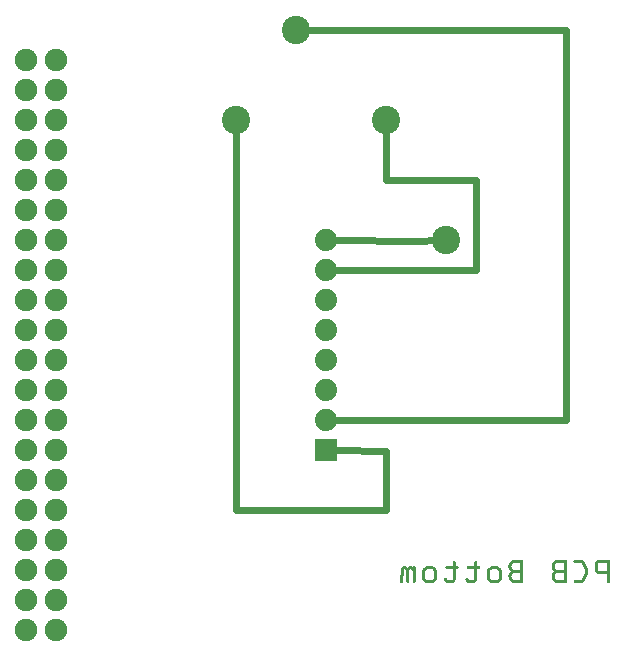
<source format=gbl>
G04 MADE WITH FRITZING*
G04 WWW.FRITZING.ORG*
G04 DOUBLE SIDED*
G04 HOLES PLATED*
G04 CONTOUR ON CENTER OF CONTOUR VECTOR*
%ASAXBY*%
%FSLAX23Y23*%
%MOIN*%
%OFA0B0*%
%SFA1.0B1.0*%
%ADD10C,0.075361*%
%ADD11C,0.074000*%
%ADD12C,0.094488*%
%ADD13R,0.074000X0.074000*%
%ADD14C,0.024000*%
%ADD15R,0.001000X0.001000*%
%LNCOPPER0*%
G90*
G70*
G54D10*
X346Y1998D03*
X346Y1898D03*
X346Y1798D03*
X346Y1698D03*
X346Y1598D03*
X346Y1498D03*
X346Y1398D03*
X346Y1298D03*
X346Y1198D03*
X346Y1098D03*
X346Y998D03*
X346Y898D03*
X346Y798D03*
X346Y698D03*
X346Y598D03*
X346Y498D03*
X346Y398D03*
X346Y298D03*
X346Y198D03*
X346Y98D03*
X446Y98D03*
X446Y198D03*
X446Y298D03*
X446Y398D03*
X446Y498D03*
X446Y598D03*
X446Y698D03*
X446Y798D03*
X446Y898D03*
X446Y998D03*
X446Y1098D03*
X446Y1198D03*
X446Y1298D03*
X446Y1398D03*
X446Y1498D03*
X446Y1598D03*
X446Y1698D03*
X446Y1798D03*
X446Y1898D03*
X446Y1998D03*
G54D11*
X1346Y698D03*
X1346Y798D03*
X1346Y898D03*
X1346Y998D03*
X1346Y1098D03*
X1346Y1198D03*
X1346Y1298D03*
X1346Y1398D03*
G54D12*
X1546Y1798D03*
X1746Y1398D03*
X1246Y2098D03*
X1046Y1798D03*
G54D13*
X1346Y698D03*
G54D14*
X1547Y1597D02*
X1546Y1771D01*
D02*
X1377Y1298D02*
X1846Y1298D01*
D02*
X1846Y1597D02*
X1547Y1597D01*
D02*
X1846Y1298D02*
X1846Y1597D01*
D02*
X1645Y1396D02*
X1719Y1397D01*
D02*
X1377Y1397D02*
X1645Y1396D01*
D02*
X2146Y798D02*
X2146Y2098D01*
D02*
X2146Y2098D02*
X1273Y2098D01*
D02*
X1377Y798D02*
X2146Y798D01*
D02*
X1546Y498D02*
X1546Y695D01*
D02*
X1047Y498D02*
X1546Y498D01*
D02*
X1046Y1771D02*
X1047Y498D01*
D02*
X1546Y695D02*
X1377Y697D01*
G54D15*
X1971Y332D02*
X2003Y332D01*
X2115Y332D02*
X2147Y332D01*
X2174Y332D02*
X2196Y332D01*
X2254Y332D02*
X2291Y332D01*
X1967Y331D02*
X2003Y331D01*
X2111Y331D02*
X2147Y331D01*
X2172Y331D02*
X2199Y331D01*
X2251Y331D02*
X2291Y331D01*
X1965Y330D02*
X2003Y330D01*
X2109Y330D02*
X2147Y330D01*
X2171Y330D02*
X2201Y330D01*
X2250Y330D02*
X2291Y330D01*
X1964Y329D02*
X2003Y329D01*
X2108Y329D02*
X2147Y329D01*
X2171Y329D02*
X2203Y329D01*
X2248Y329D02*
X2291Y329D01*
X1773Y328D02*
X1773Y328D01*
X1845Y328D02*
X1845Y328D01*
X1962Y328D02*
X2003Y328D01*
X2106Y328D02*
X2147Y328D01*
X2171Y328D02*
X2204Y328D01*
X2247Y328D02*
X2291Y328D01*
X1770Y327D02*
X1775Y327D01*
X1842Y327D02*
X1847Y327D01*
X1961Y327D02*
X2003Y327D01*
X2105Y327D02*
X2147Y327D01*
X2170Y327D02*
X2205Y327D01*
X2246Y327D02*
X2291Y327D01*
X1769Y326D02*
X1776Y326D01*
X1841Y326D02*
X1848Y326D01*
X1960Y326D02*
X2003Y326D01*
X2104Y326D02*
X2147Y326D01*
X2171Y326D02*
X2206Y326D01*
X2245Y326D02*
X2291Y326D01*
X1769Y325D02*
X1777Y325D01*
X1841Y325D02*
X1849Y325D01*
X1959Y325D02*
X2003Y325D01*
X2103Y325D02*
X2147Y325D01*
X2171Y325D02*
X2206Y325D01*
X2245Y325D02*
X2291Y325D01*
X1768Y324D02*
X1777Y324D01*
X1840Y324D02*
X1849Y324D01*
X1958Y324D02*
X2003Y324D01*
X2102Y324D02*
X2147Y324D01*
X2172Y324D02*
X2207Y324D01*
X2244Y324D02*
X2291Y324D01*
X1768Y323D02*
X1777Y323D01*
X1840Y323D02*
X1849Y323D01*
X1958Y323D02*
X2003Y323D01*
X2102Y323D02*
X2147Y323D01*
X2173Y323D02*
X2207Y323D01*
X2244Y323D02*
X2291Y323D01*
X1768Y322D02*
X1777Y322D01*
X1840Y322D02*
X1849Y322D01*
X1957Y322D02*
X1972Y322D01*
X1994Y322D02*
X2003Y322D01*
X2101Y322D02*
X2116Y322D01*
X2138Y322D02*
X2147Y322D01*
X2196Y322D02*
X2208Y322D01*
X2243Y322D02*
X2255Y322D01*
X2282Y322D02*
X2291Y322D01*
X1768Y321D02*
X1777Y321D01*
X1840Y321D02*
X1849Y321D01*
X1957Y321D02*
X1969Y321D01*
X1994Y321D02*
X2003Y321D01*
X2101Y321D02*
X2113Y321D01*
X2138Y321D02*
X2147Y321D01*
X2197Y321D02*
X2208Y321D01*
X2243Y321D02*
X2253Y321D01*
X2282Y321D02*
X2291Y321D01*
X1768Y320D02*
X1777Y320D01*
X1840Y320D02*
X1849Y320D01*
X1956Y320D02*
X1967Y320D01*
X1994Y320D02*
X2003Y320D01*
X2100Y320D02*
X2111Y320D01*
X2138Y320D02*
X2147Y320D01*
X2198Y320D02*
X2209Y320D01*
X2243Y320D02*
X2253Y320D01*
X2282Y320D02*
X2291Y320D01*
X1768Y319D02*
X1777Y319D01*
X1840Y319D02*
X1849Y319D01*
X1956Y319D02*
X1966Y319D01*
X1994Y319D02*
X2003Y319D01*
X2100Y319D02*
X2110Y319D01*
X2138Y319D02*
X2147Y319D01*
X2199Y319D02*
X2209Y319D01*
X2243Y319D02*
X2252Y319D01*
X2282Y319D02*
X2291Y319D01*
X1768Y318D02*
X1777Y318D01*
X1840Y318D02*
X1849Y318D01*
X1955Y318D02*
X1966Y318D01*
X1994Y318D02*
X2003Y318D01*
X2099Y318D02*
X2110Y318D01*
X2138Y318D02*
X2147Y318D01*
X2199Y318D02*
X2210Y318D01*
X2242Y318D02*
X2252Y318D01*
X2282Y318D02*
X2291Y318D01*
X1768Y317D02*
X1777Y317D01*
X1840Y317D02*
X1849Y317D01*
X1955Y317D02*
X1965Y317D01*
X1994Y317D02*
X2003Y317D01*
X2099Y317D02*
X2109Y317D01*
X2138Y317D02*
X2147Y317D01*
X2200Y317D02*
X2210Y317D01*
X2242Y317D02*
X2251Y317D01*
X2282Y317D02*
X2291Y317D01*
X1768Y316D02*
X1777Y316D01*
X1840Y316D02*
X1849Y316D01*
X1955Y316D02*
X1964Y316D01*
X1994Y316D02*
X2003Y316D01*
X2099Y316D02*
X2108Y316D01*
X2138Y316D02*
X2147Y316D01*
X2200Y316D02*
X2211Y316D01*
X2242Y316D02*
X2251Y316D01*
X2282Y316D02*
X2291Y316D01*
X1768Y315D02*
X1777Y315D01*
X1840Y315D02*
X1849Y315D01*
X1955Y315D02*
X1964Y315D01*
X1994Y315D02*
X2003Y315D01*
X2099Y315D02*
X2108Y315D01*
X2138Y315D02*
X2147Y315D01*
X2201Y315D02*
X2211Y315D01*
X2242Y315D02*
X2251Y315D01*
X2282Y315D02*
X2291Y315D01*
X1768Y314D02*
X1777Y314D01*
X1840Y314D02*
X1849Y314D01*
X1955Y314D02*
X1964Y314D01*
X1994Y314D02*
X2003Y314D01*
X2099Y314D02*
X2108Y314D01*
X2138Y314D02*
X2147Y314D01*
X2201Y314D02*
X2212Y314D01*
X2242Y314D02*
X2251Y314D01*
X2282Y314D02*
X2291Y314D01*
X1768Y313D02*
X1777Y313D01*
X1840Y313D02*
X1849Y313D01*
X1954Y313D02*
X1964Y313D01*
X1994Y313D02*
X2003Y313D01*
X2098Y313D02*
X2108Y313D01*
X2138Y313D02*
X2147Y313D01*
X2202Y313D02*
X2212Y313D01*
X2242Y313D02*
X2251Y313D01*
X2282Y313D02*
X2291Y313D01*
X1768Y312D02*
X1777Y312D01*
X1840Y312D02*
X1849Y312D01*
X1954Y312D02*
X1963Y312D01*
X1994Y312D02*
X2003Y312D01*
X2098Y312D02*
X2107Y312D01*
X2138Y312D02*
X2147Y312D01*
X2202Y312D02*
X2213Y312D01*
X2242Y312D02*
X2251Y312D01*
X2282Y312D02*
X2291Y312D01*
X1625Y311D02*
X1627Y311D01*
X1639Y311D02*
X1640Y311D01*
X1683Y311D02*
X1698Y311D01*
X1748Y311D02*
X1783Y311D01*
X1820Y311D02*
X1855Y311D01*
X1899Y311D02*
X1914Y311D01*
X1954Y311D02*
X1963Y311D01*
X1994Y311D02*
X2003Y311D01*
X2098Y311D02*
X2107Y311D01*
X2138Y311D02*
X2147Y311D01*
X2203Y311D02*
X2213Y311D01*
X2242Y311D02*
X2251Y311D01*
X2282Y311D02*
X2291Y311D01*
X1603Y310D02*
X1611Y310D01*
X1621Y310D02*
X1630Y310D01*
X1637Y310D02*
X1642Y310D01*
X1680Y310D02*
X1702Y310D01*
X1745Y310D02*
X1785Y310D01*
X1817Y310D02*
X1857Y310D01*
X1896Y310D02*
X1918Y310D01*
X1954Y310D02*
X1963Y310D01*
X1994Y310D02*
X2003Y310D01*
X2098Y310D02*
X2107Y310D01*
X2138Y310D02*
X2147Y310D01*
X2203Y310D02*
X2214Y310D01*
X2242Y310D02*
X2251Y310D01*
X2282Y310D02*
X2291Y310D01*
X1601Y309D02*
X1612Y309D01*
X1620Y309D02*
X1632Y309D01*
X1636Y309D02*
X1643Y309D01*
X1678Y309D02*
X1704Y309D01*
X1745Y309D02*
X1786Y309D01*
X1817Y309D02*
X1858Y309D01*
X1894Y309D02*
X1920Y309D01*
X1954Y309D02*
X1963Y309D01*
X1994Y309D02*
X2003Y309D01*
X2098Y309D02*
X2107Y309D01*
X2138Y309D02*
X2147Y309D01*
X2204Y309D02*
X2214Y309D01*
X2242Y309D02*
X2251Y309D01*
X2282Y309D02*
X2291Y309D01*
X1599Y308D02*
X1614Y308D01*
X1618Y308D02*
X1644Y308D01*
X1676Y308D02*
X1706Y308D01*
X1744Y308D02*
X1787Y308D01*
X1816Y308D02*
X1859Y308D01*
X1892Y308D02*
X1922Y308D01*
X1954Y308D02*
X1964Y308D01*
X1994Y308D02*
X2003Y308D01*
X2098Y308D02*
X2108Y308D01*
X2138Y308D02*
X2147Y308D01*
X2204Y308D02*
X2215Y308D01*
X2242Y308D02*
X2251Y308D01*
X2282Y308D02*
X2291Y308D01*
X1598Y307D02*
X1615Y307D01*
X1618Y307D02*
X1644Y307D01*
X1675Y307D02*
X1707Y307D01*
X1744Y307D02*
X1787Y307D01*
X1816Y307D02*
X1859Y307D01*
X1891Y307D02*
X1923Y307D01*
X1954Y307D02*
X1964Y307D01*
X1994Y307D02*
X2003Y307D01*
X2098Y307D02*
X2108Y307D01*
X2138Y307D02*
X2147Y307D01*
X2205Y307D02*
X2215Y307D01*
X2242Y307D02*
X2251Y307D01*
X2282Y307D02*
X2291Y307D01*
X1598Y306D02*
X1644Y306D01*
X1674Y306D02*
X1708Y306D01*
X1744Y306D02*
X1787Y306D01*
X1816Y306D02*
X1859Y306D01*
X1890Y306D02*
X1924Y306D01*
X1955Y306D02*
X1964Y306D01*
X1994Y306D02*
X2003Y306D01*
X2099Y306D02*
X2108Y306D01*
X2138Y306D02*
X2147Y306D01*
X2205Y306D02*
X2216Y306D01*
X2242Y306D02*
X2251Y306D01*
X2282Y306D02*
X2291Y306D01*
X1597Y305D02*
X1644Y305D01*
X1672Y305D02*
X1709Y305D01*
X1744Y305D02*
X1787Y305D01*
X1816Y305D02*
X1859Y305D01*
X1888Y305D02*
X1925Y305D01*
X1955Y305D02*
X1964Y305D01*
X1994Y305D02*
X2003Y305D01*
X2099Y305D02*
X2108Y305D01*
X2138Y305D02*
X2147Y305D01*
X2206Y305D02*
X2216Y305D01*
X2242Y305D02*
X2251Y305D01*
X2282Y305D02*
X2291Y305D01*
X1596Y304D02*
X1644Y304D01*
X1671Y304D02*
X1710Y304D01*
X1744Y304D02*
X1787Y304D01*
X1816Y304D02*
X1859Y304D01*
X1887Y304D02*
X1926Y304D01*
X1955Y304D02*
X1965Y304D01*
X1994Y304D02*
X2003Y304D01*
X2099Y304D02*
X2109Y304D01*
X2138Y304D02*
X2147Y304D01*
X2206Y304D02*
X2217Y304D01*
X2242Y304D02*
X2251Y304D01*
X2282Y304D02*
X2291Y304D01*
X1596Y303D02*
X1644Y303D01*
X1670Y303D02*
X1711Y303D01*
X1745Y303D02*
X1786Y303D01*
X1817Y303D02*
X1858Y303D01*
X1886Y303D02*
X1927Y303D01*
X1955Y303D02*
X1965Y303D01*
X1994Y303D02*
X2003Y303D01*
X2099Y303D02*
X2109Y303D01*
X2138Y303D02*
X2147Y303D01*
X2207Y303D02*
X2217Y303D01*
X2242Y303D02*
X2251Y303D01*
X2282Y303D02*
X2291Y303D01*
X1596Y302D02*
X1644Y302D01*
X1669Y302D02*
X1712Y302D01*
X1746Y302D02*
X1785Y302D01*
X1818Y302D02*
X1857Y302D01*
X1885Y302D02*
X1928Y302D01*
X1956Y302D02*
X1966Y302D01*
X1994Y302D02*
X2003Y302D01*
X2100Y302D02*
X2110Y302D01*
X2138Y302D02*
X2147Y302D01*
X2207Y302D02*
X2217Y302D01*
X2242Y302D02*
X2251Y302D01*
X2282Y302D02*
X2291Y302D01*
X1595Y301D02*
X1625Y301D01*
X1627Y301D02*
X1644Y301D01*
X1669Y301D02*
X1684Y301D01*
X1698Y301D02*
X1713Y301D01*
X1768Y301D02*
X1778Y301D01*
X1840Y301D02*
X1850Y301D01*
X1885Y301D02*
X1900Y301D01*
X1914Y301D02*
X1929Y301D01*
X1956Y301D02*
X1967Y301D01*
X1994Y301D02*
X2003Y301D01*
X2100Y301D02*
X2111Y301D01*
X2138Y301D02*
X2147Y301D01*
X2208Y301D02*
X2218Y301D01*
X2242Y301D02*
X2251Y301D01*
X2282Y301D02*
X2291Y301D01*
X1595Y300D02*
X1605Y300D01*
X1609Y300D02*
X1624Y300D01*
X1629Y300D02*
X1644Y300D01*
X1668Y300D02*
X1681Y300D01*
X1701Y300D02*
X1713Y300D01*
X1768Y300D02*
X1777Y300D01*
X1840Y300D02*
X1849Y300D01*
X1884Y300D02*
X1897Y300D01*
X1917Y300D02*
X1929Y300D01*
X1956Y300D02*
X1968Y300D01*
X1994Y300D02*
X2003Y300D01*
X2100Y300D02*
X2112Y300D01*
X2138Y300D02*
X2147Y300D01*
X2208Y300D02*
X2218Y300D01*
X2242Y300D02*
X2251Y300D01*
X2282Y300D02*
X2291Y300D01*
X1595Y299D02*
X1604Y299D01*
X1610Y299D02*
X1623Y299D01*
X1630Y299D02*
X1644Y299D01*
X1668Y299D02*
X1679Y299D01*
X1702Y299D02*
X1714Y299D01*
X1768Y299D02*
X1777Y299D01*
X1840Y299D02*
X1849Y299D01*
X1884Y299D02*
X1895Y299D01*
X1918Y299D02*
X1930Y299D01*
X1957Y299D02*
X1970Y299D01*
X1994Y299D02*
X2003Y299D01*
X2101Y299D02*
X2114Y299D01*
X2138Y299D02*
X2147Y299D01*
X2209Y299D02*
X2218Y299D01*
X2242Y299D02*
X2252Y299D01*
X2282Y299D02*
X2291Y299D01*
X1595Y298D02*
X1604Y298D01*
X1611Y298D02*
X1623Y298D01*
X1631Y298D02*
X1644Y298D01*
X1667Y298D02*
X1678Y298D01*
X1703Y298D02*
X1714Y298D01*
X1768Y298D02*
X1777Y298D01*
X1840Y298D02*
X1849Y298D01*
X1883Y298D02*
X1894Y298D01*
X1919Y298D02*
X1930Y298D01*
X1957Y298D02*
X2003Y298D01*
X2101Y298D02*
X2147Y298D01*
X2209Y298D02*
X2219Y298D01*
X2243Y298D02*
X2252Y298D01*
X2282Y298D02*
X2291Y298D01*
X1595Y297D02*
X1604Y297D01*
X1612Y297D02*
X1623Y297D01*
X1632Y297D02*
X1644Y297D01*
X1667Y297D02*
X1677Y297D01*
X1704Y297D02*
X1715Y297D01*
X1768Y297D02*
X1777Y297D01*
X1840Y297D02*
X1849Y297D01*
X1883Y297D02*
X1893Y297D01*
X1920Y297D02*
X1931Y297D01*
X1958Y297D02*
X2003Y297D01*
X2102Y297D02*
X2147Y297D01*
X2210Y297D02*
X2219Y297D01*
X2243Y297D02*
X2252Y297D01*
X2282Y297D02*
X2291Y297D01*
X1595Y296D02*
X1604Y296D01*
X1613Y296D02*
X1623Y296D01*
X1633Y296D02*
X1644Y296D01*
X1667Y296D02*
X1676Y296D01*
X1705Y296D02*
X1715Y296D01*
X1768Y296D02*
X1777Y296D01*
X1840Y296D02*
X1849Y296D01*
X1883Y296D02*
X1892Y296D01*
X1921Y296D02*
X1931Y296D01*
X1959Y296D02*
X2003Y296D01*
X2103Y296D02*
X2147Y296D01*
X2210Y296D02*
X2219Y296D01*
X2243Y296D02*
X2253Y296D01*
X2282Y296D02*
X2291Y296D01*
X1595Y295D02*
X1604Y295D01*
X1614Y295D02*
X1623Y295D01*
X1634Y295D02*
X1644Y295D01*
X1667Y295D02*
X1676Y295D01*
X1706Y295D02*
X1715Y295D01*
X1768Y295D02*
X1777Y295D01*
X1840Y295D02*
X1849Y295D01*
X1883Y295D02*
X1892Y295D01*
X1922Y295D02*
X1931Y295D01*
X1960Y295D02*
X2003Y295D01*
X2104Y295D02*
X2147Y295D01*
X2210Y295D02*
X2219Y295D01*
X2243Y295D02*
X2254Y295D01*
X2282Y295D02*
X2291Y295D01*
X1595Y294D02*
X1604Y294D01*
X1614Y294D02*
X1623Y294D01*
X1635Y294D02*
X1644Y294D01*
X1666Y294D02*
X1676Y294D01*
X1706Y294D02*
X1715Y294D01*
X1768Y294D02*
X1777Y294D01*
X1840Y294D02*
X1849Y294D01*
X1882Y294D02*
X1892Y294D01*
X1922Y294D02*
X1931Y294D01*
X1961Y294D02*
X2003Y294D01*
X2105Y294D02*
X2147Y294D01*
X2210Y294D02*
X2219Y294D01*
X2243Y294D02*
X2291Y294D01*
X1595Y293D02*
X1604Y293D01*
X1614Y293D02*
X1623Y293D01*
X1635Y293D02*
X1644Y293D01*
X1666Y293D02*
X1676Y293D01*
X1706Y293D02*
X1715Y293D01*
X1768Y293D02*
X1777Y293D01*
X1840Y293D02*
X1849Y293D01*
X1882Y293D02*
X1891Y293D01*
X1922Y293D02*
X1931Y293D01*
X1961Y293D02*
X2003Y293D01*
X2105Y293D02*
X2147Y293D01*
X2210Y293D02*
X2219Y293D01*
X2244Y293D02*
X2291Y293D01*
X1595Y292D02*
X1604Y292D01*
X1614Y292D02*
X1623Y292D01*
X1635Y292D02*
X1644Y292D01*
X1666Y292D02*
X1676Y292D01*
X1706Y292D02*
X1715Y292D01*
X1768Y292D02*
X1777Y292D01*
X1840Y292D02*
X1849Y292D01*
X1882Y292D02*
X1891Y292D01*
X1922Y292D02*
X1931Y292D01*
X1960Y292D02*
X2003Y292D01*
X2104Y292D02*
X2147Y292D01*
X2210Y292D02*
X2219Y292D01*
X2244Y292D02*
X2291Y292D01*
X1595Y291D02*
X1604Y291D01*
X1614Y291D02*
X1623Y291D01*
X1635Y291D02*
X1644Y291D01*
X1666Y291D02*
X1676Y291D01*
X1706Y291D02*
X1715Y291D01*
X1768Y291D02*
X1777Y291D01*
X1840Y291D02*
X1849Y291D01*
X1882Y291D02*
X1891Y291D01*
X1922Y291D02*
X1931Y291D01*
X1959Y291D02*
X2003Y291D01*
X2103Y291D02*
X2147Y291D01*
X2210Y291D02*
X2219Y291D01*
X2245Y291D02*
X2291Y291D01*
X1595Y290D02*
X1604Y290D01*
X1614Y290D02*
X1623Y290D01*
X1635Y290D02*
X1644Y290D01*
X1666Y290D02*
X1676Y290D01*
X1706Y290D02*
X1715Y290D01*
X1768Y290D02*
X1777Y290D01*
X1840Y290D02*
X1849Y290D01*
X1882Y290D02*
X1891Y290D01*
X1922Y290D02*
X1931Y290D01*
X1958Y290D02*
X2003Y290D01*
X2102Y290D02*
X2147Y290D01*
X2210Y290D02*
X2219Y290D01*
X2246Y290D02*
X2291Y290D01*
X1595Y289D02*
X1604Y289D01*
X1614Y289D02*
X1623Y289D01*
X1635Y289D02*
X1644Y289D01*
X1666Y289D02*
X1676Y289D01*
X1706Y289D02*
X1715Y289D01*
X1768Y289D02*
X1777Y289D01*
X1840Y289D02*
X1849Y289D01*
X1882Y289D02*
X1891Y289D01*
X1922Y289D02*
X1931Y289D01*
X1958Y289D02*
X2003Y289D01*
X2102Y289D02*
X2147Y289D01*
X2209Y289D02*
X2219Y289D01*
X2246Y289D02*
X2291Y289D01*
X1595Y288D02*
X1604Y288D01*
X1614Y288D02*
X1623Y288D01*
X1635Y288D02*
X1644Y288D01*
X1666Y288D02*
X1676Y288D01*
X1706Y288D02*
X1715Y288D01*
X1768Y288D02*
X1777Y288D01*
X1840Y288D02*
X1849Y288D01*
X1882Y288D02*
X1891Y288D01*
X1922Y288D02*
X1931Y288D01*
X1957Y288D02*
X1971Y288D01*
X1994Y288D02*
X2003Y288D01*
X2101Y288D02*
X2115Y288D01*
X2138Y288D02*
X2147Y288D01*
X2209Y288D02*
X2219Y288D01*
X2248Y288D02*
X2291Y288D01*
X1595Y287D02*
X1604Y287D01*
X1614Y287D02*
X1623Y287D01*
X1635Y287D02*
X1644Y287D01*
X1666Y287D02*
X1676Y287D01*
X1706Y287D02*
X1715Y287D01*
X1768Y287D02*
X1777Y287D01*
X1840Y287D02*
X1849Y287D01*
X1882Y287D02*
X1891Y287D01*
X1922Y287D02*
X1931Y287D01*
X1956Y287D02*
X1969Y287D01*
X1994Y287D02*
X2003Y287D01*
X2100Y287D02*
X2113Y287D01*
X2138Y287D02*
X2147Y287D01*
X2209Y287D02*
X2218Y287D01*
X2249Y287D02*
X2291Y287D01*
X1595Y286D02*
X1604Y286D01*
X1614Y286D02*
X1623Y286D01*
X1635Y286D02*
X1644Y286D01*
X1666Y286D02*
X1676Y286D01*
X1706Y286D02*
X1715Y286D01*
X1768Y286D02*
X1777Y286D01*
X1840Y286D02*
X1849Y286D01*
X1882Y286D02*
X1891Y286D01*
X1922Y286D02*
X1931Y286D01*
X1956Y286D02*
X1967Y286D01*
X1994Y286D02*
X2003Y286D01*
X2100Y286D02*
X2111Y286D01*
X2138Y286D02*
X2147Y286D01*
X2208Y286D02*
X2218Y286D01*
X2250Y286D02*
X2291Y286D01*
X1595Y285D02*
X1604Y285D01*
X1614Y285D02*
X1623Y285D01*
X1635Y285D02*
X1644Y285D01*
X1666Y285D02*
X1676Y285D01*
X1706Y285D02*
X1715Y285D01*
X1768Y285D02*
X1777Y285D01*
X1840Y285D02*
X1849Y285D01*
X1882Y285D02*
X1891Y285D01*
X1922Y285D02*
X1931Y285D01*
X1956Y285D02*
X1966Y285D01*
X1994Y285D02*
X2003Y285D01*
X2100Y285D02*
X2110Y285D01*
X2138Y285D02*
X2147Y285D01*
X2207Y285D02*
X2218Y285D01*
X2252Y285D02*
X2291Y285D01*
X1595Y284D02*
X1604Y284D01*
X1614Y284D02*
X1623Y284D01*
X1635Y284D02*
X1644Y284D01*
X1666Y284D02*
X1676Y284D01*
X1706Y284D02*
X1715Y284D01*
X1768Y284D02*
X1777Y284D01*
X1840Y284D02*
X1849Y284D01*
X1882Y284D02*
X1891Y284D01*
X1922Y284D02*
X1931Y284D01*
X1955Y284D02*
X1965Y284D01*
X1994Y284D02*
X2003Y284D01*
X2099Y284D02*
X2109Y284D01*
X2138Y284D02*
X2147Y284D01*
X2207Y284D02*
X2217Y284D01*
X2282Y284D02*
X2291Y284D01*
X1595Y283D02*
X1604Y283D01*
X1614Y283D02*
X1623Y283D01*
X1635Y283D02*
X1644Y283D01*
X1666Y283D02*
X1676Y283D01*
X1706Y283D02*
X1715Y283D01*
X1768Y283D02*
X1777Y283D01*
X1840Y283D02*
X1849Y283D01*
X1882Y283D02*
X1891Y283D01*
X1922Y283D02*
X1931Y283D01*
X1955Y283D02*
X1965Y283D01*
X1994Y283D02*
X2003Y283D01*
X2099Y283D02*
X2109Y283D01*
X2138Y283D02*
X2147Y283D01*
X2206Y283D02*
X2217Y283D01*
X2282Y283D02*
X2291Y283D01*
X1595Y282D02*
X1604Y282D01*
X1614Y282D02*
X1623Y282D01*
X1635Y282D02*
X1644Y282D01*
X1666Y282D02*
X1676Y282D01*
X1706Y282D02*
X1715Y282D01*
X1768Y282D02*
X1777Y282D01*
X1840Y282D02*
X1849Y282D01*
X1882Y282D02*
X1891Y282D01*
X1922Y282D02*
X1931Y282D01*
X1955Y282D02*
X1964Y282D01*
X1994Y282D02*
X2003Y282D01*
X2099Y282D02*
X2108Y282D01*
X2138Y282D02*
X2147Y282D01*
X2206Y282D02*
X2216Y282D01*
X2282Y282D02*
X2291Y282D01*
X1594Y281D02*
X1604Y281D01*
X1614Y281D02*
X1623Y281D01*
X1635Y281D02*
X1644Y281D01*
X1666Y281D02*
X1676Y281D01*
X1706Y281D02*
X1715Y281D01*
X1768Y281D02*
X1777Y281D01*
X1840Y281D02*
X1849Y281D01*
X1882Y281D02*
X1891Y281D01*
X1922Y281D02*
X1931Y281D01*
X1955Y281D02*
X1964Y281D01*
X1994Y281D02*
X2003Y281D01*
X2099Y281D02*
X2108Y281D01*
X2138Y281D02*
X2147Y281D01*
X2205Y281D02*
X2216Y281D01*
X2282Y281D02*
X2291Y281D01*
X1594Y280D02*
X1604Y280D01*
X1614Y280D02*
X1623Y280D01*
X1635Y280D02*
X1644Y280D01*
X1666Y280D02*
X1676Y280D01*
X1706Y280D02*
X1715Y280D01*
X1768Y280D02*
X1777Y280D01*
X1840Y280D02*
X1849Y280D01*
X1882Y280D02*
X1891Y280D01*
X1922Y280D02*
X1931Y280D01*
X1954Y280D02*
X1964Y280D01*
X1994Y280D02*
X2003Y280D01*
X2098Y280D02*
X2108Y280D01*
X2138Y280D02*
X2147Y280D01*
X2205Y280D02*
X2215Y280D01*
X2282Y280D02*
X2291Y280D01*
X1594Y279D02*
X1603Y279D01*
X1614Y279D02*
X1623Y279D01*
X1635Y279D02*
X1644Y279D01*
X1666Y279D02*
X1676Y279D01*
X1706Y279D02*
X1715Y279D01*
X1768Y279D02*
X1777Y279D01*
X1840Y279D02*
X1849Y279D01*
X1882Y279D02*
X1891Y279D01*
X1922Y279D02*
X1931Y279D01*
X1954Y279D02*
X1964Y279D01*
X1994Y279D02*
X2003Y279D01*
X2098Y279D02*
X2108Y279D01*
X2138Y279D02*
X2147Y279D01*
X2204Y279D02*
X2215Y279D01*
X2282Y279D02*
X2291Y279D01*
X1594Y278D02*
X1603Y278D01*
X1614Y278D02*
X1623Y278D01*
X1635Y278D02*
X1644Y278D01*
X1666Y278D02*
X1676Y278D01*
X1706Y278D02*
X1715Y278D01*
X1768Y278D02*
X1777Y278D01*
X1840Y278D02*
X1849Y278D01*
X1882Y278D02*
X1891Y278D01*
X1922Y278D02*
X1931Y278D01*
X1954Y278D02*
X1963Y278D01*
X1994Y278D02*
X2003Y278D01*
X2098Y278D02*
X2107Y278D01*
X2138Y278D02*
X2147Y278D01*
X2204Y278D02*
X2214Y278D01*
X2282Y278D02*
X2291Y278D01*
X1594Y277D02*
X1603Y277D01*
X1614Y277D02*
X1623Y277D01*
X1635Y277D02*
X1644Y277D01*
X1666Y277D02*
X1676Y277D01*
X1706Y277D02*
X1715Y277D01*
X1768Y277D02*
X1777Y277D01*
X1840Y277D02*
X1849Y277D01*
X1882Y277D02*
X1891Y277D01*
X1922Y277D02*
X1931Y277D01*
X1954Y277D02*
X1963Y277D01*
X1994Y277D02*
X2003Y277D01*
X2098Y277D02*
X2107Y277D01*
X2138Y277D02*
X2147Y277D01*
X2203Y277D02*
X2214Y277D01*
X2282Y277D02*
X2291Y277D01*
X1594Y276D02*
X1603Y276D01*
X1614Y276D02*
X1623Y276D01*
X1635Y276D02*
X1644Y276D01*
X1666Y276D02*
X1676Y276D01*
X1706Y276D02*
X1715Y276D01*
X1768Y276D02*
X1777Y276D01*
X1840Y276D02*
X1849Y276D01*
X1882Y276D02*
X1891Y276D01*
X1922Y276D02*
X1931Y276D01*
X1954Y276D02*
X1963Y276D01*
X1994Y276D02*
X2003Y276D01*
X2098Y276D02*
X2107Y276D01*
X2138Y276D02*
X2147Y276D01*
X2203Y276D02*
X2213Y276D01*
X2282Y276D02*
X2291Y276D01*
X1594Y275D02*
X1603Y275D01*
X1614Y275D02*
X1623Y275D01*
X1635Y275D02*
X1644Y275D01*
X1666Y275D02*
X1676Y275D01*
X1706Y275D02*
X1715Y275D01*
X1768Y275D02*
X1777Y275D01*
X1840Y275D02*
X1849Y275D01*
X1882Y275D02*
X1891Y275D01*
X1922Y275D02*
X1931Y275D01*
X1954Y275D02*
X1963Y275D01*
X1994Y275D02*
X2003Y275D01*
X2098Y275D02*
X2107Y275D01*
X2138Y275D02*
X2147Y275D01*
X2202Y275D02*
X2213Y275D01*
X2282Y275D02*
X2291Y275D01*
X1594Y274D02*
X1603Y274D01*
X1614Y274D02*
X1623Y274D01*
X1635Y274D02*
X1644Y274D01*
X1666Y274D02*
X1676Y274D01*
X1706Y274D02*
X1715Y274D01*
X1768Y274D02*
X1777Y274D01*
X1840Y274D02*
X1849Y274D01*
X1882Y274D02*
X1891Y274D01*
X1922Y274D02*
X1931Y274D01*
X1954Y274D02*
X1964Y274D01*
X1994Y274D02*
X2003Y274D01*
X2098Y274D02*
X2108Y274D01*
X2138Y274D02*
X2147Y274D01*
X2202Y274D02*
X2212Y274D01*
X2282Y274D02*
X2291Y274D01*
X1594Y273D02*
X1603Y273D01*
X1614Y273D02*
X1623Y273D01*
X1635Y273D02*
X1644Y273D01*
X1666Y273D02*
X1676Y273D01*
X1706Y273D02*
X1715Y273D01*
X1768Y273D02*
X1777Y273D01*
X1840Y273D02*
X1849Y273D01*
X1882Y273D02*
X1891Y273D01*
X1922Y273D02*
X1931Y273D01*
X1955Y273D02*
X1964Y273D01*
X1994Y273D02*
X2003Y273D01*
X2099Y273D02*
X2108Y273D01*
X2138Y273D02*
X2147Y273D01*
X2201Y273D02*
X2212Y273D01*
X2282Y273D02*
X2291Y273D01*
X1594Y272D02*
X1603Y272D01*
X1614Y272D02*
X1623Y272D01*
X1635Y272D02*
X1644Y272D01*
X1666Y272D02*
X1676Y272D01*
X1706Y272D02*
X1715Y272D01*
X1741Y272D02*
X1745Y272D01*
X1768Y272D02*
X1777Y272D01*
X1813Y272D02*
X1817Y272D01*
X1840Y272D02*
X1849Y272D01*
X1882Y272D02*
X1892Y272D01*
X1922Y272D02*
X1931Y272D01*
X1955Y272D02*
X1964Y272D01*
X1994Y272D02*
X2003Y272D01*
X2099Y272D02*
X2108Y272D01*
X2138Y272D02*
X2147Y272D01*
X2201Y272D02*
X2211Y272D01*
X2282Y272D02*
X2291Y272D01*
X1594Y271D02*
X1603Y271D01*
X1614Y271D02*
X1623Y271D01*
X1635Y271D02*
X1644Y271D01*
X1666Y271D02*
X1676Y271D01*
X1706Y271D02*
X1715Y271D01*
X1740Y271D02*
X1746Y271D01*
X1768Y271D02*
X1777Y271D01*
X1812Y271D02*
X1818Y271D01*
X1840Y271D02*
X1849Y271D01*
X1882Y271D02*
X1892Y271D01*
X1922Y271D02*
X1931Y271D01*
X1955Y271D02*
X1964Y271D01*
X1994Y271D02*
X2003Y271D01*
X2099Y271D02*
X2108Y271D01*
X2138Y271D02*
X2147Y271D01*
X2200Y271D02*
X2211Y271D01*
X2282Y271D02*
X2291Y271D01*
X1594Y270D02*
X1603Y270D01*
X1614Y270D02*
X1623Y270D01*
X1635Y270D02*
X1644Y270D01*
X1667Y270D02*
X1676Y270D01*
X1705Y270D02*
X1715Y270D01*
X1739Y270D02*
X1747Y270D01*
X1768Y270D02*
X1777Y270D01*
X1811Y270D02*
X1819Y270D01*
X1840Y270D02*
X1849Y270D01*
X1883Y270D02*
X1892Y270D01*
X1921Y270D02*
X1931Y270D01*
X1955Y270D02*
X1965Y270D01*
X1994Y270D02*
X2003Y270D01*
X2099Y270D02*
X2109Y270D01*
X2138Y270D02*
X2147Y270D01*
X2200Y270D02*
X2210Y270D01*
X2282Y270D02*
X2291Y270D01*
X1594Y269D02*
X1603Y269D01*
X1614Y269D02*
X1623Y269D01*
X1635Y269D02*
X1644Y269D01*
X1667Y269D02*
X1677Y269D01*
X1705Y269D02*
X1715Y269D01*
X1739Y269D02*
X1747Y269D01*
X1768Y269D02*
X1777Y269D01*
X1811Y269D02*
X1819Y269D01*
X1840Y269D02*
X1849Y269D01*
X1883Y269D02*
X1893Y269D01*
X1921Y269D02*
X1931Y269D01*
X1955Y269D02*
X1965Y269D01*
X1994Y269D02*
X2003Y269D01*
X2099Y269D02*
X2109Y269D01*
X2138Y269D02*
X2147Y269D01*
X2199Y269D02*
X2210Y269D01*
X2282Y269D02*
X2291Y269D01*
X1594Y268D02*
X1603Y268D01*
X1614Y268D02*
X1623Y268D01*
X1635Y268D02*
X1644Y268D01*
X1667Y268D02*
X1678Y268D01*
X1704Y268D02*
X1715Y268D01*
X1738Y268D02*
X1748Y268D01*
X1768Y268D02*
X1777Y268D01*
X1810Y268D02*
X1820Y268D01*
X1840Y268D02*
X1849Y268D01*
X1883Y268D02*
X1894Y268D01*
X1920Y268D02*
X1931Y268D01*
X1956Y268D02*
X1966Y268D01*
X1994Y268D02*
X2003Y268D01*
X2100Y268D02*
X2110Y268D01*
X2138Y268D02*
X2147Y268D01*
X2199Y268D02*
X2209Y268D01*
X2282Y268D02*
X2291Y268D01*
X1594Y267D02*
X1603Y267D01*
X1614Y267D02*
X1623Y267D01*
X1635Y267D02*
X1644Y267D01*
X1667Y267D02*
X1679Y267D01*
X1703Y267D02*
X1714Y267D01*
X1738Y267D02*
X1748Y267D01*
X1768Y267D02*
X1777Y267D01*
X1810Y267D02*
X1820Y267D01*
X1840Y267D02*
X1849Y267D01*
X1883Y267D02*
X1895Y267D01*
X1919Y267D02*
X1930Y267D01*
X1956Y267D02*
X1967Y267D01*
X1994Y267D02*
X2003Y267D01*
X2100Y267D02*
X2111Y267D01*
X2138Y267D02*
X2147Y267D01*
X2198Y267D02*
X2209Y267D01*
X2282Y267D02*
X2291Y267D01*
X1594Y266D02*
X1603Y266D01*
X1614Y266D02*
X1623Y266D01*
X1635Y266D02*
X1644Y266D01*
X1668Y266D02*
X1680Y266D01*
X1701Y266D02*
X1714Y266D01*
X1739Y266D02*
X1749Y266D01*
X1767Y266D02*
X1777Y266D01*
X1811Y266D02*
X1821Y266D01*
X1839Y266D02*
X1849Y266D01*
X1884Y266D02*
X1896Y266D01*
X1917Y266D02*
X1930Y266D01*
X1956Y266D02*
X1968Y266D01*
X1994Y266D02*
X2003Y266D01*
X2100Y266D02*
X2112Y266D01*
X2138Y266D02*
X2147Y266D01*
X2198Y266D02*
X2208Y266D01*
X2282Y266D02*
X2291Y266D01*
X1594Y265D02*
X1603Y265D01*
X1614Y265D02*
X1623Y265D01*
X1635Y265D02*
X1644Y265D01*
X1668Y265D02*
X1682Y265D01*
X1700Y265D02*
X1713Y265D01*
X1739Y265D02*
X1750Y265D01*
X1766Y265D02*
X1777Y265D01*
X1811Y265D02*
X1822Y265D01*
X1838Y265D02*
X1849Y265D01*
X1884Y265D02*
X1898Y265D01*
X1916Y265D02*
X1929Y265D01*
X1957Y265D02*
X1970Y265D01*
X1994Y265D02*
X2003Y265D01*
X2101Y265D02*
X2114Y265D01*
X2138Y265D02*
X2147Y265D01*
X2196Y265D02*
X2208Y265D01*
X2282Y265D02*
X2291Y265D01*
X1594Y264D02*
X1603Y264D01*
X1614Y264D02*
X1623Y264D01*
X1635Y264D02*
X1644Y264D01*
X1669Y264D02*
X1713Y264D01*
X1739Y264D02*
X1776Y264D01*
X1811Y264D02*
X1848Y264D01*
X1885Y264D02*
X1929Y264D01*
X1957Y264D02*
X2003Y264D01*
X2101Y264D02*
X2147Y264D01*
X2174Y264D02*
X2207Y264D01*
X2282Y264D02*
X2291Y264D01*
X1594Y263D02*
X1603Y263D01*
X1614Y263D02*
X1623Y263D01*
X1635Y263D02*
X1644Y263D01*
X1670Y263D02*
X1712Y263D01*
X1740Y263D02*
X1776Y263D01*
X1812Y263D02*
X1848Y263D01*
X1886Y263D02*
X1928Y263D01*
X1958Y263D02*
X2003Y263D01*
X2102Y263D02*
X2147Y263D01*
X2172Y263D02*
X2207Y263D01*
X2282Y263D02*
X2291Y263D01*
X1594Y262D02*
X1603Y262D01*
X1614Y262D02*
X1623Y262D01*
X1635Y262D02*
X1644Y262D01*
X1671Y262D02*
X1711Y262D01*
X1740Y262D02*
X1775Y262D01*
X1812Y262D02*
X1847Y262D01*
X1887Y262D02*
X1927Y262D01*
X1959Y262D02*
X2003Y262D01*
X2103Y262D02*
X2147Y262D01*
X2171Y262D02*
X2206Y262D01*
X2282Y262D02*
X2291Y262D01*
X1594Y261D02*
X1603Y261D01*
X1614Y261D02*
X1623Y261D01*
X1635Y261D02*
X1644Y261D01*
X1672Y261D02*
X1710Y261D01*
X1741Y261D02*
X1775Y261D01*
X1813Y261D02*
X1847Y261D01*
X1888Y261D02*
X1926Y261D01*
X1960Y261D02*
X2003Y261D01*
X2104Y261D02*
X2147Y261D01*
X2171Y261D02*
X2206Y261D01*
X2282Y261D02*
X2291Y261D01*
X1594Y260D02*
X1603Y260D01*
X1614Y260D02*
X1623Y260D01*
X1635Y260D02*
X1644Y260D01*
X1673Y260D02*
X1709Y260D01*
X1742Y260D02*
X1774Y260D01*
X1814Y260D02*
X1846Y260D01*
X1889Y260D02*
X1925Y260D01*
X1961Y260D02*
X2003Y260D01*
X2105Y260D02*
X2147Y260D01*
X2171Y260D02*
X2205Y260D01*
X2282Y260D02*
X2291Y260D01*
X1594Y259D02*
X1603Y259D01*
X1614Y259D02*
X1623Y259D01*
X1635Y259D02*
X1644Y259D01*
X1674Y259D02*
X1708Y259D01*
X1743Y259D02*
X1773Y259D01*
X1815Y259D02*
X1845Y259D01*
X1890Y259D02*
X1924Y259D01*
X1962Y259D02*
X2003Y259D01*
X2106Y259D02*
X2147Y259D01*
X2170Y259D02*
X2204Y259D01*
X2282Y259D02*
X2291Y259D01*
X1594Y258D02*
X1602Y258D01*
X1615Y258D02*
X1623Y258D01*
X1635Y258D02*
X1644Y258D01*
X1675Y258D02*
X1706Y258D01*
X1744Y258D02*
X1772Y258D01*
X1816Y258D02*
X1844Y258D01*
X1891Y258D02*
X1922Y258D01*
X1963Y258D02*
X2003Y258D01*
X2107Y258D02*
X2147Y258D01*
X2171Y258D02*
X2203Y258D01*
X2282Y258D02*
X2291Y258D01*
X1594Y257D02*
X1602Y257D01*
X1615Y257D02*
X1623Y257D01*
X1636Y257D02*
X1643Y257D01*
X1677Y257D02*
X1705Y257D01*
X1745Y257D02*
X1771Y257D01*
X1817Y257D02*
X1843Y257D01*
X1893Y257D02*
X1921Y257D01*
X1965Y257D02*
X2003Y257D01*
X2109Y257D02*
X2147Y257D01*
X2171Y257D02*
X2201Y257D01*
X2283Y257D02*
X2291Y257D01*
X1595Y256D02*
X1601Y256D01*
X1616Y256D02*
X1622Y256D01*
X1636Y256D02*
X1643Y256D01*
X1678Y256D02*
X1703Y256D01*
X1747Y256D02*
X1769Y256D01*
X1819Y256D02*
X1841Y256D01*
X1894Y256D02*
X1919Y256D01*
X1967Y256D02*
X2003Y256D01*
X2111Y256D02*
X2147Y256D01*
X2172Y256D02*
X2200Y256D01*
X2284Y256D02*
X2290Y256D01*
X1596Y255D02*
X1600Y255D01*
X1617Y255D02*
X1621Y255D01*
X1638Y255D02*
X1641Y255D01*
X1681Y255D02*
X1701Y255D01*
X1749Y255D02*
X1767Y255D01*
X1821Y255D02*
X1839Y255D01*
X1897Y255D02*
X1917Y255D01*
X1970Y255D02*
X2003Y255D01*
X2114Y255D02*
X2147Y255D01*
X2173Y255D02*
X2197Y255D01*
X2285Y255D02*
X2289Y255D01*
D02*
G04 End of Copper0*
M02*
</source>
